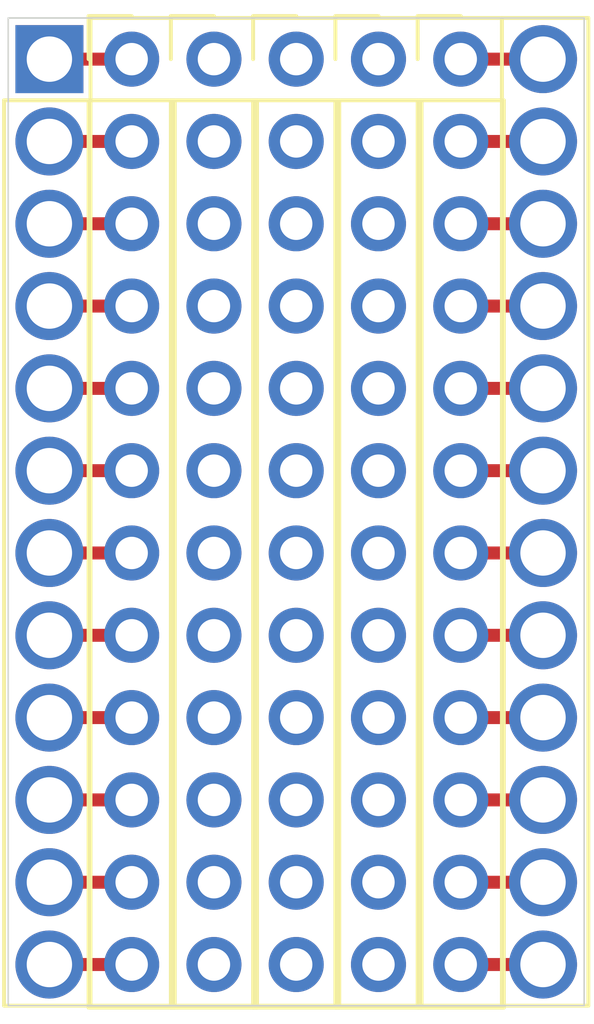
<source format=kicad_pcb>
(kicad_pcb (version 20240108) (generator "pcbnew") (generator_version "8.0")
  (title_block (title "DEV") (date "2021-04-29") (company "nerdyscout"))
  (layers (0 "F.Cu" mixed) (31 "B.Cu" mixed) (34 "B.Paste" user) (35 "F.Paste" user) (36 "B.SilkS" user "B.Silkscreen") (37 "F.SilkS" user "F.Silkscreen") (38 "B.Mask" user) (39 "F.Mask" user) (44 "Edge.Cuts" user))
  (net 0 "")
  (net 1 "+5V")
  (net 2 "GND")
  (net 3 "~{RST}")
  (net 4 "CS1")
  (net 5 "+3V3")
  (net 6 "D8")
  (net 7 "TCK")
  (net 8 "INT")
  (net 9 "TMS")
  (net 10 "BTN")
  (net 11 "TDO")
  (net 12 "PWM")
  (net 13 "TDI")
  (net 14 "STAT")
  (net 15 "SCK")
  (net 16 "SCL")
  (net 17 "CIPO")
  (net 18 "SDA")
  (net 19 "COPI")
  (net 20 "CS0")
  (net 21 "TXD")
  (net 22 "RXD")
  (footprint "lib:ProMicro" (layer "F.Cu") (at 126.365 90.17)
    (property "Reference" "A1" (hide yes))
    (property "Value" "Sparkfun_Pro_Micro")
    (fp_line (start -1.4 1.27) (end -1.4 29.21) (stroke (width 0.12)) (layer "F.SilkS"))
    (fp_line (start -1.4 29.21) (end 16.64 29.21) (stroke (width 0.12)) (layer "F.SilkS"))
    (fp_line (start 1.27 -1.27) (end 1.27 29.21) (stroke (width 0.12)) (layer "F.SilkS"))
    (fp_line (start 1.27 1.27) (end -1.4 1.27) (stroke (width 0.12)) (layer "F.SilkS"))
    (fp_line (start 13.97 -1.27) (end 13.97 29.21) (stroke (width 0.12)) (layer "F.SilkS"))
    (fp_line (start 16.64 -1.27) (end 1.27 -1.27) (stroke (width 0.12)) (layer "F.SilkS"))
    (fp_line (start 16.64 29.21) (end 16.64 -1.27) (stroke (width 0.12)) (layer "F.SilkS"))
    (pad "1" thru_hole rect (at 0 0) (size 2.1 2.1) (drill 1.4) (layers "*.Cu" "*.Mask") (net 22 "RXD"))
    (pad "2" thru_hole circle (at 0 2.54) (size 2.1 2.1) (drill 1.4) (layers "*.Cu" "*.Mask") (net 21 "TXD"))
    (pad "3" thru_hole circle (at 0 5.08) (size 2.1 2.1) (drill 1.4) (layers "*.Cu" "*.Mask") (net 2 "GND"))
    (pad "4" thru_hole circle (at 0 7.62) (size 2.1 2.1) (drill 1.4) (layers "*.Cu" "*.Mask") (net 2 "GND"))
    (pad "5" thru_hole circle (at 0 10.16) (size 2.1 2.1) (drill 1.4) (layers "*.Cu" "*.Mask") (net 18 "SDA"))
    (pad "6" thru_hole circle (at 0 12.7) (size 2.1 2.1) (drill 1.4) (layers "*.Cu" "*.Mask") (net 16 "SCL"))
    (pad "7" thru_hole circle (at 0 15.24) (size 2.1 2.1) (drill 1.4) (layers "*.Cu" "*.Mask") (net 14 "STAT"))
    (pad "8" thru_hole circle (at 0 17.78) (size 2.1 2.1) (drill 1.4) (layers "*.Cu" "*.Mask") (net 12 "PWM"))
    (pad "9" thru_hole circle (at 0 20.32) (size 2.1 2.1) (drill 1.4) (layers "*.Cu" "*.Mask") (net 10 "BTN"))
    (pad "10" thru_hole circle (at 0 22.86) (size 2.1 2.1) (drill 1.4) (layers "*.Cu" "*.Mask") (net 8 "INT"))
    (pad "11" thru_hole circle (at 0 25.4) (size 2.1 2.1) (drill 1.4) (layers "*.Cu" "*.Mask") (net 6 "D8"))
    (pad "12" thru_hole circle (at 0 27.94) (size 2.1 2.1) (drill 1.4) (layers "*.Cu" "*.Mask") (net 4 "CS1"))
    (pad "13" thru_hole circle (at 15.24 27.94) (size 2.1 2.1) (drill 1.4) (layers "*.Cu" "*.Mask") (net 20 "CS0"))
    (pad "14" thru_hole circle (at 15.24 25.4) (size 2.1 2.1) (drill 1.4) (layers "*.Cu" "*.Mask") (net 19 "COPI"))
    (pad "15" thru_hole circle (at 15.24 22.86) (size 2.1 2.1) (drill 1.4) (layers "*.Cu" "*.Mask") (net 17 "CIPO"))
    (pad "16" thru_hole circle (at 15.24 20.32) (size 2.1 2.1) (drill 1.4) (layers "*.Cu" "*.Mask") (net 15 "SCK"))
    (pad "17" thru_hole circle (at 15.24 17.78) (size 2.1 2.1) (drill 1.4) (layers "*.Cu" "*.Mask") (net 13 "TDI"))
    (pad "18" thru_hole circle (at 15.24 15.24) (size 2.1 2.1) (drill 1.4) (layers "*.Cu" "*.Mask") (net 11 "TDO"))
    (pad "19" thru_hole circle (at 15.24 12.7) (size 2.1 2.1) (drill 1.4) (layers "*.Cu" "*.Mask") (net 9 "TMS"))
    (pad "20" thru_hole circle (at 15.24 10.16) (size 2.1 2.1) (drill 1.4) (layers "*.Cu" "*.Mask") (net 7 "TCK"))
    (pad "21" thru_hole circle (at 15.24 7.62) (size 2.1 2.1) (drill 1.4) (layers "*.Cu" "*.Mask") (net 5 "+3V3"))
    (pad "22" thru_hole circle (at 15.24 5.08) (size 2.1 2.1) (drill 1.4) (layers "*.Cu" "*.Mask") (net 3 "~{RST}"))
    (pad "23" thru_hole circle (at 15.24 2.54) (size 2.1 2.1) (drill 1.4) (layers "*.Cu" "*.Mask") (net 2 "GND"))
    (pad "24" thru_hole circle (at 15.24 0) (size 2.1 2.1) (drill 1.4) (layers "*.Cu" "*.Mask") (net 1 "+5V"))
  )
  (footprint "Connector_PinHeader_2.54mm:PinHeader_1x12_P2.54mm_Vertical" (layer "F.Cu") (at 139.065 90.17)
    (property "Reference" "J2" (hide yes))
    (property "Value" "Conn_01x12" (hide yes))
    (fp_line (start -1.33 -1.33) (end 0 -1.33) (stroke (width 0.12)) (layer "F.SilkS"))
    (fp_line (start -1.33 0) (end -1.33 -1.33) (stroke (width 0.12)) (layer "F.SilkS"))
    (fp_line (start -1.33 1.27) (end -1.33 29.27) (stroke (width 0.12)) (layer "F.SilkS"))
    (fp_line (start -1.33 1.27) (end 1.33 1.27) (stroke (width 0.12)) (layer "F.SilkS"))
    (fp_line (start -1.33 29.27) (end 1.33 29.27) (stroke (width 0.12)) (layer "F.SilkS"))
    (fp_line (start 1.33 1.27) (end 1.33 29.27) (stroke (width 0.12)) (layer "F.SilkS"))
    (pad "1" thru_hole circle (at 0 0) (size 1.7 1.7) (drill 1) (layers "*.Cu" "*.Mask") (net 1 "+5V"))
    (pad "2" thru_hole oval (at 0 2.54) (size 1.7 1.7) (drill 1) (layers "*.Cu" "*.Mask") (net 2 "GND"))
    (pad "3" thru_hole oval (at 0 5.08) (size 1.7 1.7) (drill 1) (layers "*.Cu" "*.Mask") (net 3 "~{RST}"))
    (pad "4" thru_hole oval (at 0 7.62) (size 1.7 1.7) (drill 1) (layers "*.Cu" "*.Mask") (net 5 "+3V3"))
    (pad "5" thru_hole oval (at 0 10.16) (size 1.7 1.7) (drill 1) (layers "*.Cu" "*.Mask") (net 7 "TCK"))
    (pad "6" thru_hole oval (at 0 12.7) (size 1.7 1.7) (drill 1) (layers "*.Cu" "*.Mask") (net 9 "TMS"))
    (pad "7" thru_hole oval (at 0 15.24) (size 1.7 1.7) (drill 1) (layers "*.Cu" "*.Mask") (net 11 "TDO"))
    (pad "8" thru_hole oval (at 0 17.78) (size 1.7 1.7) (drill 1) (layers "*.Cu" "*.Mask") (net 13 "TDI"))
    (pad "9" thru_hole oval (at 0 20.32) (size 1.7 1.7) (drill 1) (layers "*.Cu" "*.Mask") (net 15 "SCK"))
    (pad "10" thru_hole oval (at 0 22.86) (size 1.7 1.7) (drill 1) (layers "*.Cu" "*.Mask") (net 17 "CIPO"))
    (pad "11" thru_hole oval (at 0 25.4) (size 1.7 1.7) (drill 1) (layers "*.Cu" "*.Mask") (net 19 "COPI"))
    (pad "12" thru_hole oval (at 0 27.94) (size 1.7 1.7) (drill 1) (layers "*.Cu" "*.Mask") (net 20 "CS0"))
  )
  (footprint "Connector_PinHeader_2.54mm:PinHeader_1x12_P2.54mm_Vertical" (layer "F.Cu") (at 128.905 90.17)
    (property "Reference" "J1" (hide yes))
    (property "Value" "Conn_01x12" (hide yes))
    (fp_line (start -1.33 -1.33) (end 0 -1.33) (stroke (width 0.12)) (layer "F.SilkS"))
    (fp_line (start -1.33 0) (end -1.33 -1.33) (stroke (width 0.12)) (layer "F.SilkS"))
    (fp_line (start -1.33 1.27) (end -1.33 29.27) (stroke (width 0.12)) (layer "F.SilkS"))
    (fp_line (start -1.33 1.27) (end 1.33 1.27) (stroke (width 0.12)) (layer "F.SilkS"))
    (fp_line (start -1.33 29.27) (end 1.33 29.27) (stroke (width 0.12)) (layer "F.SilkS"))
    (fp_line (start 1.33 1.27) (end 1.33 29.27) (stroke (width 0.12)) (layer "F.SilkS"))
    (pad "1" thru_hole circle (at 0 0) (size 1.7 1.7) (drill 1) (layers "*.Cu" "*.Mask") (net 22 "RXD"))
    (pad "2" thru_hole oval (at 0 2.54) (size 1.7 1.7) (drill 1) (layers "*.Cu" "*.Mask") (net 21 "TXD"))
    (pad "3" thru_hole oval (at 0 5.08) (size 1.7 1.7) (drill 1) (layers "*.Cu" "*.Mask") (net 2 "GND"))
    (pad "4" thru_hole oval (at 0 7.62) (size 1.7 1.7) (drill 1) (layers "*.Cu" "*.Mask") (net 2 "GND"))
    (pad "5" thru_hole oval (at 0 10.16) (size 1.7 1.7) (drill 1) (layers "*.Cu" "*.Mask") (net 18 "SDA"))
    (pad "6" thru_hole oval (at 0 12.7) (size 1.7 1.7) (drill 1) (layers "*.Cu" "*.Mask") (net 16 "SCL"))
    (pad "7" thru_hole oval (at 0 15.24) (size 1.7 1.7) (drill 1) (layers "*.Cu" "*.Mask") (net 14 "STAT"))
    (pad "8" thru_hole oval (at 0 17.78) (size 1.7 1.7) (drill 1) (layers "*.Cu" "*.Mask") (net 12 "PWM"))
    (pad "9" thru_hole oval (at 0 20.32) (size 1.7 1.7) (drill 1) (layers "*.Cu" "*.Mask") (net 10 "BTN"))
    (pad "10" thru_hole oval (at 0 22.86) (size 1.7 1.7) (drill 1) (layers "*.Cu" "*.Mask") (net 8 "INT"))
    (pad "11" thru_hole oval (at 0 25.4) (size 1.7 1.7) (drill 1) (layers "*.Cu" "*.Mask") (net 6 "D8"))
    (pad "12" thru_hole oval (at 0 27.94) (size 1.7 1.7) (drill 1) (layers "*.Cu" "*.Mask") (net 4 "CS1"))
  )
  (footprint "Connector_PinHeader_2.54mm:PinHeader_1x12_P2.54mm_Vertical" (layer "F.Cu") (at 131.445 90.17)
    (property "Reference" "J3" (hide yes))
    (property "Value" "Conn_01x12" (hide yes))
    (fp_line (start -1.33 -1.33) (end 0 -1.33) (stroke (width 0.12)) (layer "F.SilkS"))
    (fp_line (start -1.33 0) (end -1.33 -1.33) (stroke (width 0.12)) (layer "F.SilkS"))
    (fp_line (start -1.33 1.27) (end -1.33 29.27) (stroke (width 0.12)) (layer "F.SilkS"))
    (fp_line (start -1.33 1.27) (end 1.33 1.27) (stroke (width 0.12)) (layer "F.SilkS"))
    (fp_line (start -1.33 29.27) (end 1.33 29.27) (stroke (width 0.12)) (layer "F.SilkS"))
    (fp_line (start 1.33 1.27) (end 1.33 29.27) (stroke (width 0.12)) (layer "F.SilkS"))
    (pad "1" thru_hole circle (at 0 0) (size 1.7 1.7) (drill 1) (layers "*.Cu" "*.Mask"))
    (pad "2" thru_hole oval (at 0 2.54) (size 1.7 1.7) (drill 1) (layers "*.Cu" "*.Mask"))
    (pad "3" thru_hole oval (at 0 5.08) (size 1.7 1.7) (drill 1) (layers "*.Cu" "*.Mask"))
    (pad "4" thru_hole oval (at 0 7.62) (size 1.7 1.7) (drill 1) (layers "*.Cu" "*.Mask"))
    (pad "5" thru_hole oval (at 0 10.16) (size 1.7 1.7) (drill 1) (layers "*.Cu" "*.Mask"))
    (pad "6" thru_hole oval (at 0 12.7) (size 1.7 1.7) (drill 1) (layers "*.Cu" "*.Mask"))
    (pad "7" thru_hole oval (at 0 15.24) (size 1.7 1.7) (drill 1) (layers "*.Cu" "*.Mask"))
    (pad "8" thru_hole oval (at 0 17.78) (size 1.7 1.7) (drill 1) (layers "*.Cu" "*.Mask"))
    (pad "9" thru_hole oval (at 0 20.32) (size 1.7 1.7) (drill 1) (layers "*.Cu" "*.Mask"))
    (pad "10" thru_hole oval (at 0 22.86) (size 1.7 1.7) (drill 1) (layers "*.Cu" "*.Mask"))
    (pad "11" thru_hole oval (at 0 25.4) (size 1.7 1.7) (drill 1) (layers "*.Cu" "*.Mask"))
    (pad "12" thru_hole oval (at 0 27.94) (size 1.7 1.7) (drill 1) (layers "*.Cu" "*.Mask"))
  )
  (footprint "Connector_PinHeader_2.54mm:PinHeader_1x12_P2.54mm_Vertical" (layer "F.Cu") (at 136.525 90.17)
    (property "Reference" "J4" (hide yes))
    (property "Value" "Conn_01x12" (hide yes))
    (fp_line (start -1.33 -1.33) (end 0 -1.33) (stroke (width 0.12)) (layer "F.SilkS"))
    (fp_line (start -1.33 0) (end -1.33 -1.33) (stroke (width 0.12)) (layer "F.SilkS"))
    (fp_line (start -1.33 1.27) (end -1.33 29.27) (stroke (width 0.12)) (layer "F.SilkS"))
    (fp_line (start -1.33 1.27) (end 1.33 1.27) (stroke (width 0.12)) (layer "F.SilkS"))
    (fp_line (start -1.33 29.27) (end 1.33 29.27) (stroke (width 0.12)) (layer "F.SilkS"))
    (fp_line (start 1.33 1.27) (end 1.33 29.27) (stroke (width 0.12)) (layer "F.SilkS"))
    (pad "1" thru_hole circle (at 0 0) (size 1.7 1.7) (drill 1) (layers "*.Cu" "*.Mask"))
    (pad "2" thru_hole oval (at 0 2.54) (size 1.7 1.7) (drill 1) (layers "*.Cu" "*.Mask"))
    (pad "3" thru_hole oval (at 0 5.08) (size 1.7 1.7) (drill 1) (layers "*.Cu" "*.Mask"))
    (pad "4" thru_hole oval (at 0 7.62) (size 1.7 1.7) (drill 1) (layers "*.Cu" "*.Mask"))
    (pad "5" thru_hole oval (at 0 10.16) (size 1.7 1.7) (drill 1) (layers "*.Cu" "*.Mask"))
    (pad "6" thru_hole oval (at 0 12.7) (size 1.7 1.7) (drill 1) (layers "*.Cu" "*.Mask"))
    (pad "7" thru_hole oval (at 0 15.24) (size 1.7 1.7) (drill 1) (layers "*.Cu" "*.Mask"))
    (pad "8" thru_hole oval (at 0 17.78) (size 1.7 1.7) (drill 1) (layers "*.Cu" "*.Mask"))
    (pad "9" thru_hole oval (at 0 20.32) (size 1.7 1.7) (drill 1) (layers "*.Cu" "*.Mask"))
    (pad "10" thru_hole oval (at 0 22.86) (size 1.7 1.7) (drill 1) (layers "*.Cu" "*.Mask"))
    (pad "11" thru_hole oval (at 0 25.4) (size 1.7 1.7) (drill 1) (layers "*.Cu" "*.Mask"))
    (pad "12" thru_hole oval (at 0 27.94) (size 1.7 1.7) (drill 1) (layers "*.Cu" "*.Mask"))
  )
  (footprint "Connector_PinHeader_2.54mm:PinHeader_1x12_P2.54mm_Vertical" (layer "F.Cu") (at 133.985 90.17)
    (property "Reference" "J5" (hide yes))
    (property "Value" "Conn_01x12" (hide yes))
    (fp_line (start -1.33 -1.33) (end 0 -1.33) (stroke (width 0.12)) (layer "F.SilkS"))
    (fp_line (start -1.33 0) (end -1.33 -1.33) (stroke (width 0.12)) (layer "F.SilkS"))
    (fp_line (start -1.33 1.27) (end -1.33 29.27) (stroke (width 0.12)) (layer "F.SilkS"))
    (fp_line (start -1.33 1.27) (end 1.33 1.27) (stroke (width 0.12)) (layer "F.SilkS"))
    (fp_line (start -1.33 29.27) (end 1.33 29.27) (stroke (width 0.12)) (layer "F.SilkS"))
    (fp_line (start 1.33 1.27) (end 1.33 29.27) (stroke (width 0.12)) (layer "F.SilkS"))
    (pad "1" thru_hole circle (at 0 0) (size 1.7 1.7) (drill 1) (layers "*.Cu" "*.Mask"))
    (pad "2" thru_hole oval (at 0 2.54) (size 1.7 1.7) (drill 1) (layers "*.Cu" "*.Mask"))
    (pad "3" thru_hole oval (at 0 5.08) (size 1.7 1.7) (drill 1) (layers "*.Cu" "*.Mask"))
    (pad "4" thru_hole oval (at 0 7.62) (size 1.7 1.7) (drill 1) (layers "*.Cu" "*.Mask"))
    (pad "5" thru_hole oval (at 0 10.16) (size 1.7 1.7) (drill 1) (layers "*.Cu" "*.Mask"))
    (pad "6" thru_hole oval (at 0 12.7) (size 1.7 1.7) (drill 1) (layers "*.Cu" "*.Mask"))
    (pad "7" thru_hole oval (at 0 15.24) (size 1.7 1.7) (drill 1) (layers "*.Cu" "*.Mask"))
    (pad "8" thru_hole oval (at 0 17.78) (size 1.7 1.7) (drill 1) (layers "*.Cu" "*.Mask"))
    (pad "9" thru_hole oval (at 0 20.32) (size 1.7 1.7) (drill 1) (layers "*.Cu" "*.Mask"))
    (pad "10" thru_hole oval (at 0 22.86) (size 1.7 1.7) (drill 1) (layers "*.Cu" "*.Mask"))
    (pad "11" thru_hole oval (at 0 25.4) (size 1.7 1.7) (drill 1) (layers "*.Cu" "*.Mask"))
    (pad "12" thru_hole oval (at 0 27.94) (size 1.7 1.7) (drill 1) (layers "*.Cu" "*.Mask"))
  )
  (gr_line (start 125.095 119.38) (end 125.095 88.9) (stroke (width 0.05)) (layer "Edge.Cuts"))
  (gr_line (start 125.095 88.9) (end 142.875 88.9) (stroke (width 0.05)) (layer "Edge.Cuts"))
  (gr_line (start 142.875 88.9) (end 142.875 119.38) (stroke (width 0.05)) (layer "Edge.Cuts"))
  (gr_line (start 142.875 119.38) (end 125.095 119.38) (stroke (width 0.05)) (layer "Edge.Cuts"))
  (segment (start 141.605 90.17) (end 139.065 90.17) (width 0.4) (layer "F.Cu") (net 1))
  (segment (start 126.365 95.25) (end 128.905 95.25) (width 0.4) (layer "F.Cu") (net 2))
  (segment (start 139.065 92.71) (end 141.605 92.71) (width 0.4) (layer "F.Cu") (net 2))
  (segment (start 128.905 97.79) (end 126.365 97.79) (width 0.4) (layer "F.Cu") (net 2))
  (segment (start 139.065 95.25) (end 141.605 95.25) (width 0.4) (layer "F.Cu") (net 3))
  (segment (start 126.365 118.11) (end 128.905 118.11) (width 0.4) (layer "F.Cu") (net 4))
  (segment (start 139.065 97.79) (end 141.605 97.79) (width 0.4) (layer "F.Cu") (net 5))
  (segment (start 128.905 115.57) (end 126.365 115.57) (width 0.4) (layer "F.Cu") (net 6))
  (segment (start 141.605 100.33) (end 139.065 100.33) (width 0.4) (layer "F.Cu") (net 7))
  (segment (start 126.365 113.03) (end 128.905 113.03) (width 0.4) (layer "F.Cu") (net 8))
  (segment (start 139.065 102.87) (end 141.605 102.87) (width 0.4) (layer "F.Cu") (net 9))
  (segment (start 128.905 110.49) (end 126.365 110.49) (width 0.4) (layer "F.Cu") (net 10))
  (segment (start 139.065 105.41) (end 141.605 105.41) (width 0.4) (layer "F.Cu") (net 11))
  (segment (start 128.905 107.95) (end 126.365 107.95) (width 0.4) (layer "F.Cu") (net 12))
  (segment (start 141.605 107.95) (end 139.065 107.95) (width 0.4) (layer "F.Cu") (net 13))
  (segment (start 126.365 105.41) (end 128.905 105.41) (width 0.4) (layer "F.Cu") (net 14))
  (segment (start 139.065 110.49) (end 141.605 110.49) (width 0.4) (layer "F.Cu") (net 15))
  (segment (start 128.905 102.87) (end 126.365 102.87) (width 0.4) (layer "F.Cu") (net 16))
  (segment (start 141.605 113.03) (end 139.065 113.03) (width 0.4) (layer "F.Cu") (net 17))
  (segment (start 126.365 100.33) (end 128.905 100.33) (width 0.4) (layer "F.Cu") (net 18))
  (segment (start 141.605 115.57) (end 139.065 115.57) (width 0.4) (layer "F.Cu") (net 19))
  (segment (start 139.065 118.11) (end 141.605 118.11) (width 0.4) (layer "F.Cu") (net 20))
  (segment (start 126.365 92.71) (end 128.905 92.71) (width 0.4) (layer "F.Cu") (net 21))
  (segment (start 128.905 90.17) (end 126.365 90.17) (width 0.4) (layer "F.Cu") (net 22))
)
</source>
